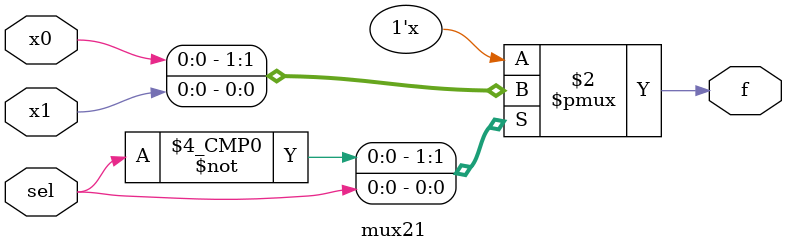
<source format=v>
module mux21(
    input sel,
    input x0,x1,
    output reg f
);
always@(*)begin
    case(sel)
    1'b0:f=x0;
    1'b1:f=x1;
    default:f=x0;
    endcase
end
endmodule
</source>
